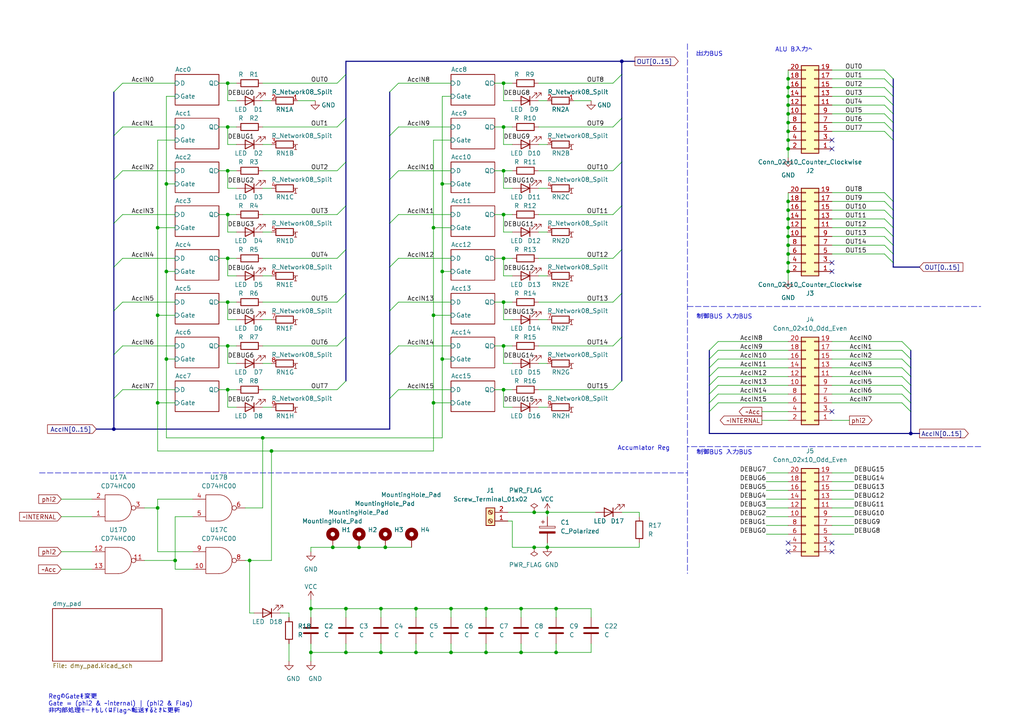
<source format=kicad_sch>
(kicad_sch (version 20211123) (generator eeschema)
  (paper "A4")
  (junction (at 128.27 104.14))
  (junction (at 48.26 104.14))
  (junction (at 140.97 176.53))
  (junction (at 228.6 60.96))
  (junction (at 66.04 49.53))
  (junction (at 66.04 87.63))
  (junction (at 48.26 53.34))
  (junction (at 154.94 158.75))
  (junction (at 130.81 176.53))
  (junction (at 78.74 130.81))
  (junction (at 228.6 76.2))
  (junction (at 228.6 43.18))
  (junction (at 146.05 100.33))
  (junction (at 228.6 33.02))
  (junction (at 45.72 66.04))
  (junction (at 45.72 116.84))
  (junction (at 125.73 66.04))
  (junction (at 111.76 158.75))
  (junction (at 228.6 78.74))
  (junction (at 48.26 78.74))
  (junction (at 33.02 124.46))
  (junction (at 125.73 91.44))
  (junction (at 90.17 176.53))
  (junction (at 66.04 36.83))
  (junction (at 228.6 63.5))
  (junction (at 146.05 49.53))
  (junction (at 128.27 78.74))
  (junction (at 228.6 40.64))
  (junction (at 120.65 189.23))
  (junction (at 72.39 162.56))
  (junction (at 50.8 162.56))
  (junction (at 146.05 74.93))
  (junction (at 180.34 17.78))
  (junction (at 228.6 22.86))
  (junction (at 228.6 71.12))
  (junction (at 228.6 35.56))
  (junction (at 45.72 147.32))
  (junction (at 228.6 73.66))
  (junction (at 228.6 25.4))
  (junction (at 228.6 66.04))
  (junction (at 100.33 189.23))
  (junction (at 110.49 176.53))
  (junction (at 146.05 24.13))
  (junction (at 146.05 87.63))
  (junction (at 228.6 68.58))
  (junction (at 146.05 36.83))
  (junction (at 151.13 176.53))
  (junction (at 154.94 148.59))
  (junction (at 66.04 74.93))
  (junction (at 161.29 189.23))
  (junction (at 146.05 62.23))
  (junction (at 76.2 127))
  (junction (at 66.04 24.13))
  (junction (at 104.14 158.75))
  (junction (at 264.16 125.73))
  (junction (at 130.81 189.23))
  (junction (at 228.6 30.48))
  (junction (at 125.73 116.84))
  (junction (at 66.04 62.23))
  (junction (at 66.04 100.33))
  (junction (at 45.72 91.44))
  (junction (at 100.33 176.53))
  (junction (at 128.27 53.34))
  (junction (at 151.13 189.23))
  (junction (at 120.65 176.53))
  (junction (at 110.49 189.23))
  (junction (at 96.52 158.75))
  (junction (at 66.04 113.03))
  (junction (at 228.6 38.1))
  (junction (at 161.29 176.53))
  (junction (at 90.17 189.23))
  (junction (at 158.75 158.75))
  (junction (at 228.6 58.42))
  (junction (at 228.6 27.94))
  (junction (at 146.05 113.03))
  (junction (at 140.97 189.23))
  (junction (at 158.75 148.59))
  (no_connect (at 228.6 160.02))
  (no_connect (at 228.6 157.48))
  (no_connect (at 241.3 43.18))
  (no_connect (at 241.3 157.48))
  (no_connect (at 241.3 160.02))
  (no_connect (at 241.3 40.64))
  (no_connect (at 241.3 78.74))
  (no_connect (at 241.3 119.38))
  (no_connect (at 241.3 76.2))
  (bus_entry (at 113.03 39.37) (size 2.54 -2.54))
  (bus_entry (at 97.79 62.23) (size 2.54 -2.54))
  (bus_entry (at 256.54 25.4) (size 2.54 2.54))
  (bus_entry (at 177.8 74.93) (size 2.54 -2.54))
  (bus_entry (at 97.79 74.93) (size 2.54 -2.54))
  (bus_entry (at 113.03 102.87) (size 2.54 -2.54))
  (bus_entry (at 256.54 73.66) (size 2.54 2.54))
  (bus_entry (at 97.79 36.83) (size 2.54 -2.54))
  (bus_entry (at 33.02 52.07) (size 2.54 -2.54))
  (bus_entry (at 33.02 115.57) (size 2.54 -2.54))
  (bus_entry (at 33.02 64.77) (size 2.54 -2.54))
  (bus_entry (at 256.54 27.94) (size 2.54 2.54))
  (bus_entry (at 177.8 49.53) (size 2.54 -2.54))
  (bus_entry (at 256.54 30.48) (size 2.54 2.54))
  (bus_entry (at 113.03 90.17) (size 2.54 -2.54))
  (bus_entry (at 256.54 68.58) (size 2.54 2.54))
  (bus_entry (at 113.03 77.47) (size 2.54 -2.54))
  (bus_entry (at 256.54 63.5) (size 2.54 2.54))
  (bus_entry (at 177.8 87.63) (size 2.54 -2.54))
  (bus_entry (at 33.02 90.17) (size 2.54 -2.54))
  (bus_entry (at 256.54 20.32) (size 2.54 2.54))
  (bus_entry (at 256.54 55.88) (size 2.54 2.54))
  (bus_entry (at 256.54 66.04) (size 2.54 2.54))
  (bus_entry (at 97.79 24.13) (size 2.54 -2.54))
  (bus_entry (at 33.02 102.87) (size 2.54 -2.54))
  (bus_entry (at 33.02 77.47) (size 2.54 -2.54))
  (bus_entry (at 33.02 26.67) (size 2.54 -2.54))
  (bus_entry (at 97.79 113.03) (size 2.54 -2.54))
  (bus_entry (at 256.54 22.86) (size 2.54 2.54))
  (bus_entry (at 256.54 38.1) (size 2.54 2.54))
  (bus_entry (at 113.03 52.07) (size 2.54 -2.54))
  (bus_entry (at 33.02 39.37) (size 2.54 -2.54))
  (bus_entry (at 113.03 64.77) (size 2.54 -2.54))
  (bus_entry (at 97.79 100.33) (size 2.54 -2.54))
  (bus_entry (at 113.03 26.67) (size 2.54 -2.54))
  (bus_entry (at 256.54 60.96) (size 2.54 2.54))
  (bus_entry (at 177.8 62.23) (size 2.54 -2.54))
  (bus_entry (at 256.54 35.56) (size 2.54 2.54))
  (bus_entry (at 177.8 36.83) (size 2.54 -2.54))
  (bus_entry (at 256.54 58.42) (size 2.54 2.54))
  (bus_entry (at 256.54 71.12) (size 2.54 2.54))
  (bus_entry (at 256.54 33.02) (size 2.54 2.54))
  (bus_entry (at 261.62 99.06) (size 2.54 2.54))
  (bus_entry (at 205.74 101.6) (size 2.54 -2.54))
  (bus_entry (at 205.74 104.14) (size 2.54 -2.54))
  (bus_entry (at 205.74 116.84) (size 2.54 -2.54))
  (bus_entry (at 205.74 114.3) (size 2.54 -2.54))
  (bus_entry (at 205.74 119.38) (size 2.54 -2.54))
  (bus_entry (at 205.74 109.22) (size 2.54 -2.54))
  (bus_entry (at 205.74 111.76) (size 2.54 -2.54))
  (bus_entry (at 205.74 106.68) (size 2.54 -2.54))
  (bus_entry (at 261.62 104.14) (size 2.54 2.54))
  (bus_entry (at 261.62 101.6) (size 2.54 2.54))
  (bus_entry (at 261.62 106.68) (size 2.54 2.54))
  (bus_entry (at 261.62 109.22) (size 2.54 2.54))
  (bus_entry (at 261.62 111.76) (size 2.54 2.54))
  (bus_entry (at 261.62 114.3) (size 2.54 2.54))
  (bus_entry (at 261.62 116.84) (size 2.54 2.54))
  (bus_entry (at 177.8 113.03) (size 2.54 -2.54))
  (bus_entry (at 113.03 115.57) (size 2.54 -2.54))
  (bus_entry (at 177.8 24.13) (size 2.54 -2.54))
  (bus_entry (at 177.8 100.33) (size 2.54 -2.54))
  (bus_entry (at 97.79 49.53) (size 2.54 -2.54))
  (bus_entry (at 97.79 87.63) (size 2.54 -2.54))
  (wire (pts (xy 208.28 116.84) (xy 228.6 116.84)))
  (wire (pts (xy 45.72 144.78) (xy 55.88 144.78)))
  (wire (pts (xy 90.17 189.23) (xy 100.33 189.23)))
  (wire (pts (xy 66.04 87.63) (xy 66.04 92.71)))
  (bus (pts (xy 113.03 52.07) (xy 113.03 64.77)))
  (wire (pts (xy 228.6 35.56) (xy 228.6 38.1)))
  (wire (pts (xy 228.6 58.42) (xy 228.6 60.96)))
  (wire (pts (xy 76.2 113.03) (xy 97.79 113.03)))
  (wire (pts (xy 66.04 118.11) (xy 68.58 118.11)))
  (wire (pts (xy 45.72 40.64) (xy 45.72 66.04)))
  (wire (pts (xy 78.74 29.21) (xy 76.2 29.21)))
  (wire (pts (xy 256.54 38.1) (xy 241.3 38.1)))
  (wire (pts (xy 125.73 116.84) (xy 125.73 91.44)))
  (wire (pts (xy 146.05 24.13) (xy 148.59 24.13)))
  (wire (pts (xy 66.04 74.93) (xy 66.04 80.01)))
  (wire (pts (xy 115.57 62.23) (xy 130.81 62.23)))
  (bus (pts (xy 100.33 46.99) (xy 100.33 34.29)))
  (wire (pts (xy 158.75 54.61) (xy 156.21 54.61)))
  (wire (pts (xy 143.51 24.13) (xy 146.05 24.13)))
  (wire (pts (xy 156.21 100.33) (xy 177.8 100.33)))
  (bus (pts (xy 259.08 40.64) (xy 259.08 58.42)))
  (wire (pts (xy 146.05 29.21) (xy 148.59 29.21)))
  (wire (pts (xy 256.54 22.86) (xy 241.3 22.86)))
  (wire (pts (xy 50.8 165.1) (xy 50.8 162.56)))
  (bus (pts (xy 205.74 119.38) (xy 205.74 125.73)))
  (wire (pts (xy 110.49 176.53) (xy 120.65 176.53)))
  (wire (pts (xy 222.25 142.24) (xy 228.6 142.24)))
  (wire (pts (xy 128.27 27.94) (xy 128.27 53.34)))
  (wire (pts (xy 104.14 158.75) (xy 96.52 158.75)))
  (wire (pts (xy 76.2 127) (xy 48.26 127)))
  (wire (pts (xy 128.27 104.14) (xy 128.27 127)))
  (wire (pts (xy 100.33 186.69) (xy 100.33 189.23)))
  (wire (pts (xy 220.98 121.92) (xy 228.6 121.92)))
  (wire (pts (xy 208.28 111.76) (xy 228.6 111.76)))
  (wire (pts (xy 66.04 80.01) (xy 68.58 80.01)))
  (wire (pts (xy 222.25 149.86) (xy 228.6 149.86)))
  (wire (pts (xy 228.6 66.04) (xy 228.6 68.58)))
  (wire (pts (xy 146.05 62.23) (xy 148.59 62.23)))
  (wire (pts (xy 146.05 118.11) (xy 148.59 118.11)))
  (bus (pts (xy 33.02 77.47) (xy 33.02 90.17)))
  (bus (pts (xy 33.02 90.17) (xy 33.02 102.87)))
  (wire (pts (xy 128.27 78.74) (xy 130.81 78.74)))
  (wire (pts (xy 146.05 54.61) (xy 148.59 54.61)))
  (wire (pts (xy 154.94 148.59) (xy 158.75 148.59)))
  (bus (pts (xy 33.02 52.07) (xy 33.02 64.77)))
  (bus (pts (xy 259.08 73.66) (xy 259.08 76.2)))
  (wire (pts (xy 146.05 87.63) (xy 146.05 92.71)))
  (wire (pts (xy 130.81 189.23) (xy 140.97 189.23)))
  (wire (pts (xy 130.81 27.94) (xy 128.27 27.94)))
  (wire (pts (xy 63.5 49.53) (xy 66.04 49.53)))
  (wire (pts (xy 66.04 62.23) (xy 68.58 62.23)))
  (wire (pts (xy 66.04 36.83) (xy 68.58 36.83)))
  (wire (pts (xy 72.39 162.56) (xy 72.39 177.8)))
  (wire (pts (xy 45.72 66.04) (xy 45.72 91.44)))
  (wire (pts (xy 143.51 87.63) (xy 146.05 87.63)))
  (wire (pts (xy 110.49 189.23) (xy 120.65 189.23)))
  (wire (pts (xy 125.73 66.04) (xy 130.81 66.04)))
  (wire (pts (xy 76.2 127) (xy 76.2 147.32)))
  (wire (pts (xy 120.65 189.23) (xy 130.81 189.23)))
  (wire (pts (xy 125.73 116.84) (xy 130.81 116.84)))
  (wire (pts (xy 156.21 113.03) (xy 177.8 113.03)))
  (wire (pts (xy 17.78 144.78) (xy 26.67 144.78)))
  (wire (pts (xy 35.56 24.13) (xy 50.8 24.13)))
  (wire (pts (xy 228.6 25.4) (xy 228.6 27.94)))
  (wire (pts (xy 128.27 104.14) (xy 130.81 104.14)))
  (bus (pts (xy 264.16 104.14) (xy 264.16 106.68)))
  (bus (pts (xy 180.34 59.69) (xy 180.34 72.39)))
  (wire (pts (xy 35.56 36.83) (xy 50.8 36.83)))
  (wire (pts (xy 35.56 49.53) (xy 50.8 49.53)))
  (wire (pts (xy 146.05 24.13) (xy 146.05 29.21)))
  (wire (pts (xy 45.72 130.81) (xy 78.74 130.81)))
  (wire (pts (xy 256.54 73.66) (xy 241.3 73.66)))
  (wire (pts (xy 45.72 116.84) (xy 50.8 116.84)))
  (wire (pts (xy 71.12 147.32) (xy 76.2 147.32)))
  (wire (pts (xy 48.26 78.74) (xy 48.26 104.14)))
  (wire (pts (xy 115.57 36.83) (xy 130.81 36.83)))
  (wire (pts (xy 143.51 100.33) (xy 146.05 100.33)))
  (bus (pts (xy 100.33 97.79) (xy 100.33 85.09)))
  (bus (pts (xy 264.16 114.3) (xy 264.16 116.84)))
  (wire (pts (xy 228.6 60.96) (xy 228.6 63.5)))
  (wire (pts (xy 125.73 66.04) (xy 125.73 40.64)))
  (wire (pts (xy 130.81 186.69) (xy 130.81 189.23)))
  (polyline (pts (xy 284.48 129.54) (xy 199.39 129.54)))
  (wire (pts (xy 228.6 38.1) (xy 228.6 40.64)))
  (wire (pts (xy 63.5 74.93) (xy 66.04 74.93)))
  (wire (pts (xy 146.05 74.93) (xy 148.59 74.93)))
  (wire (pts (xy 128.27 53.34) (xy 130.81 53.34)))
  (wire (pts (xy 147.32 148.59) (xy 154.94 148.59)))
  (wire (pts (xy 241.3 99.06) (xy 261.62 99.06)))
  (bus (pts (xy 113.03 102.87) (xy 113.03 115.57)))
  (bus (pts (xy 259.08 25.4) (xy 259.08 27.94)))
  (wire (pts (xy 228.6 78.74) (xy 228.6 81.28)))
  (wire (pts (xy 256.54 68.58) (xy 241.3 68.58)))
  (wire (pts (xy 256.54 27.94) (xy 241.3 27.94)))
  (wire (pts (xy 66.04 100.33) (xy 66.04 105.41)))
  (bus (pts (xy 205.74 116.84) (xy 205.74 119.38)))
  (wire (pts (xy 143.51 49.53) (xy 146.05 49.53)))
  (wire (pts (xy 45.72 91.44) (xy 45.72 116.84)))
  (bus (pts (xy 259.08 76.2) (xy 259.08 77.47)))
  (bus (pts (xy 180.34 97.79) (xy 180.34 110.49)))
  (wire (pts (xy 256.54 60.96) (xy 241.3 60.96)))
  (wire (pts (xy 35.56 74.93) (xy 50.8 74.93)))
  (bus (pts (xy 113.03 77.47) (xy 113.03 90.17)))
  (wire (pts (xy 48.26 53.34) (xy 50.8 53.34)))
  (wire (pts (xy 76.2 87.63) (xy 97.79 87.63)))
  (bus (pts (xy 205.74 111.76) (xy 205.74 114.3)))
  (wire (pts (xy 143.51 62.23) (xy 146.05 62.23)))
  (wire (pts (xy 66.04 24.13) (xy 68.58 24.13)))
  (wire (pts (xy 115.57 87.63) (xy 130.81 87.63)))
  (wire (pts (xy 161.29 186.69) (xy 161.29 189.23)))
  (wire (pts (xy 17.78 165.1) (xy 26.67 165.1)))
  (bus (pts (xy 180.34 72.39) (xy 180.34 85.09)))
  (wire (pts (xy 228.6 73.66) (xy 228.6 76.2)))
  (bus (pts (xy 259.08 58.42) (xy 259.08 60.96)))
  (bus (pts (xy 259.08 66.04) (xy 259.08 68.58)))
  (bus (pts (xy 113.03 90.17) (xy 113.03 102.87)))
  (wire (pts (xy 158.75 105.41) (xy 156.21 105.41)))
  (wire (pts (xy 76.2 100.33) (xy 97.79 100.33)))
  (wire (pts (xy 41.91 162.56) (xy 50.8 162.56)))
  (bus (pts (xy 113.03 115.57) (xy 113.03 124.46)))
  (wire (pts (xy 78.74 105.41) (xy 76.2 105.41)))
  (wire (pts (xy 72.39 162.56) (xy 78.74 162.56)))
  (wire (pts (xy 161.29 176.53) (xy 161.29 179.07)))
  (bus (pts (xy 33.02 26.67) (xy 33.02 39.37)))
  (wire (pts (xy 146.05 87.63) (xy 148.59 87.63)))
  (wire (pts (xy 171.45 29.21) (xy 166.37 29.21)))
  (wire (pts (xy 241.3 137.16) (xy 247.65 137.16)))
  (bus (pts (xy 33.02 39.37) (xy 33.02 52.07)))
  (wire (pts (xy 115.57 49.53) (xy 130.81 49.53)))
  (wire (pts (xy 146.05 49.53) (xy 148.59 49.53)))
  (bus (pts (xy 205.74 109.22) (xy 205.74 111.76)))
  (wire (pts (xy 246.38 121.92) (xy 241.3 121.92)))
  (wire (pts (xy 78.74 41.91) (xy 76.2 41.91)))
  (wire (pts (xy 228.6 55.88) (xy 228.6 58.42)))
  (wire (pts (xy 110.49 176.53) (xy 110.49 179.07)))
  (wire (pts (xy 66.04 41.91) (xy 68.58 41.91)))
  (bus (pts (xy 259.08 35.56) (xy 259.08 38.1)))
  (wire (pts (xy 241.3 111.76) (xy 261.62 111.76)))
  (wire (pts (xy 151.13 176.53) (xy 151.13 179.07)))
  (wire (pts (xy 256.54 20.32) (xy 241.3 20.32)))
  (bus (pts (xy 100.33 21.59) (xy 100.33 17.78)))
  (bus (pts (xy 27.94 124.46) (xy 33.02 124.46)))
  (bus (pts (xy 264.16 101.6) (xy 264.16 104.14)))
  (bus (pts (xy 264.16 119.38) (xy 264.16 125.73)))
  (wire (pts (xy 66.04 62.23) (xy 66.04 67.31)))
  (wire (pts (xy 50.8 162.56) (xy 50.8 149.86)))
  (bus (pts (xy 264.16 111.76) (xy 264.16 114.3)))
  (wire (pts (xy 66.04 92.71) (xy 68.58 92.71)))
  (wire (pts (xy 256.54 55.88) (xy 241.3 55.88)))
  (wire (pts (xy 66.04 49.53) (xy 66.04 54.61)))
  (wire (pts (xy 185.42 157.48) (xy 185.42 158.75)))
  (wire (pts (xy 45.72 66.04) (xy 50.8 66.04)))
  (wire (pts (xy 158.75 157.48) (xy 158.75 158.75)))
  (wire (pts (xy 45.72 116.84) (xy 45.72 130.81)))
  (wire (pts (xy 48.26 78.74) (xy 50.8 78.74)))
  (wire (pts (xy 208.28 104.14) (xy 228.6 104.14)))
  (wire (pts (xy 228.6 20.32) (xy 228.6 22.86)))
  (bus (pts (xy 205.74 125.73) (xy 264.16 125.73)))
  (bus (pts (xy 180.34 46.99) (xy 180.34 59.69)))
  (wire (pts (xy 41.91 147.32) (xy 45.72 147.32)))
  (wire (pts (xy 156.21 87.63) (xy 177.8 87.63)))
  (wire (pts (xy 115.57 100.33) (xy 130.81 100.33)))
  (wire (pts (xy 241.3 109.22) (xy 261.62 109.22)))
  (wire (pts (xy 115.57 74.93) (xy 130.81 74.93)))
  (bus (pts (xy 100.33 34.29) (xy 100.33 21.59)))
  (wire (pts (xy 172.72 148.59) (xy 158.75 148.59)))
  (bus (pts (xy 259.08 27.94) (xy 259.08 30.48)))
  (bus (pts (xy 180.34 21.59) (xy 180.34 34.29)))
  (wire (pts (xy 66.04 49.53) (xy 68.58 49.53)))
  (wire (pts (xy 128.27 127) (xy 76.2 127)))
  (wire (pts (xy 143.51 113.03) (xy 146.05 113.03)))
  (bus (pts (xy 259.08 63.5) (xy 259.08 66.04)))
  (wire (pts (xy 66.04 24.13) (xy 66.04 29.21)))
  (wire (pts (xy 161.29 176.53) (xy 171.45 176.53)))
  (wire (pts (xy 146.05 41.91) (xy 148.59 41.91)))
  (wire (pts (xy 48.26 53.34) (xy 48.26 78.74)))
  (wire (pts (xy 146.05 36.83) (xy 148.59 36.83)))
  (wire (pts (xy 96.52 158.75) (xy 90.17 158.75)))
  (wire (pts (xy 125.73 40.64) (xy 130.81 40.64)))
  (wire (pts (xy 241.3 152.4) (xy 247.65 152.4)))
  (wire (pts (xy 45.72 91.44) (xy 50.8 91.44)))
  (bus (pts (xy 180.34 17.78) (xy 180.34 21.59)))
  (wire (pts (xy 66.04 54.61) (xy 68.58 54.61)))
  (wire (pts (xy 83.82 177.8) (xy 83.82 179.07)))
  (wire (pts (xy 50.8 27.94) (xy 48.26 27.94)))
  (wire (pts (xy 228.6 68.58) (xy 228.6 71.12)))
  (wire (pts (xy 120.65 176.53) (xy 120.65 179.07)))
  (wire (pts (xy 128.27 53.34) (xy 128.27 78.74)))
  (wire (pts (xy 241.3 116.84) (xy 261.62 116.84)))
  (wire (pts (xy 146.05 74.93) (xy 146.05 80.01)))
  (wire (pts (xy 125.73 91.44) (xy 130.81 91.44)))
  (wire (pts (xy 140.97 176.53) (xy 140.97 179.07)))
  (wire (pts (xy 156.21 24.13) (xy 177.8 24.13)))
  (bus (pts (xy 180.34 34.29) (xy 180.34 46.99)))
  (wire (pts (xy 120.65 176.53) (xy 130.81 176.53)))
  (bus (pts (xy 180.34 17.78) (xy 184.15 17.78)))
  (bus (pts (xy 33.02 115.57) (xy 33.02 124.46)))
  (wire (pts (xy 146.05 67.31) (xy 148.59 67.31)))
  (wire (pts (xy 63.5 62.23) (xy 66.04 62.23)))
  (wire (pts (xy 228.6 43.18) (xy 228.6 45.72)))
  (wire (pts (xy 241.3 144.78) (xy 247.65 144.78)))
  (wire (pts (xy 63.5 36.83) (xy 66.04 36.83)))
  (wire (pts (xy 66.04 113.03) (xy 68.58 113.03)))
  (wire (pts (xy 66.04 67.31) (xy 68.58 67.31)))
  (wire (pts (xy 222.25 152.4) (xy 228.6 152.4)))
  (wire (pts (xy 78.74 130.81) (xy 125.73 130.81)))
  (wire (pts (xy 158.75 80.01) (xy 156.21 80.01)))
  (wire (pts (xy 158.75 158.75) (xy 185.42 158.75)))
  (polyline (pts (xy 199.39 88.9) (xy 284.48 88.9)))
  (wire (pts (xy 66.04 87.63) (xy 68.58 87.63)))
  (wire (pts (xy 222.25 139.7) (xy 228.6 139.7)))
  (wire (pts (xy 73.66 177.8) (xy 72.39 177.8)))
  (wire (pts (xy 63.5 113.03) (xy 66.04 113.03)))
  (wire (pts (xy 66.04 74.93) (xy 68.58 74.93)))
  (wire (pts (xy 63.5 100.33) (xy 66.04 100.33)))
  (wire (pts (xy 140.97 189.23) (xy 151.13 189.23)))
  (wire (pts (xy 100.33 189.23) (xy 110.49 189.23)))
  (wire (pts (xy 78.74 118.11) (xy 76.2 118.11)))
  (wire (pts (xy 90.17 189.23) (xy 90.17 186.69)))
  (wire (pts (xy 156.21 36.83) (xy 177.8 36.83)))
  (wire (pts (xy 171.45 176.53) (xy 171.45 179.07)))
  (wire (pts (xy 241.3 114.3) (xy 261.62 114.3)))
  (wire (pts (xy 91.44 29.21) (xy 86.36 29.21)))
  (wire (pts (xy 63.5 24.13) (xy 66.04 24.13)))
  (wire (pts (xy 100.33 176.53) (xy 110.49 176.53)))
  (wire (pts (xy 156.21 49.53) (xy 177.8 49.53)))
  (wire (pts (xy 156.21 62.23) (xy 177.8 62.23)))
  (wire (pts (xy 208.28 106.68) (xy 228.6 106.68)))
  (wire (pts (xy 146.05 105.41) (xy 148.59 105.41)))
  (wire (pts (xy 83.82 186.69) (xy 83.82 191.77)))
  (bus (pts (xy 264.16 109.22) (xy 264.16 111.76)))
  (bus (pts (xy 100.33 110.49) (xy 100.33 97.79)))
  (wire (pts (xy 146.05 62.23) (xy 146.05 67.31)))
  (wire (pts (xy 66.04 100.33) (xy 68.58 100.33)))
  (bus (pts (xy 264.16 125.73) (xy 266.7 125.73)))
  (wire (pts (xy 140.97 176.53) (xy 151.13 176.53)))
  (wire (pts (xy 208.28 114.3) (xy 228.6 114.3)))
  (wire (pts (xy 228.6 33.02) (xy 228.6 35.56)))
  (wire (pts (xy 156.21 74.93) (xy 177.8 74.93)))
  (wire (pts (xy 158.75 41.91) (xy 156.21 41.91)))
  (wire (pts (xy 90.17 191.77) (xy 90.17 189.23)))
  (wire (pts (xy 17.78 160.02) (xy 26.67 160.02)))
  (wire (pts (xy 148.59 158.75) (xy 154.94 158.75)))
  (wire (pts (xy 76.2 36.83) (xy 97.79 36.83)))
  (wire (pts (xy 158.75 118.11) (xy 156.21 118.11)))
  (wire (pts (xy 130.81 176.53) (xy 130.81 179.07)))
  (wire (pts (xy 158.75 29.21) (xy 156.21 29.21)))
  (wire (pts (xy 66.04 29.21) (xy 68.58 29.21)))
  (wire (pts (xy 146.05 92.71) (xy 148.59 92.71)))
  (wire (pts (xy 119.38 158.75) (xy 111.76 158.75)))
  (wire (pts (xy 151.13 176.53) (xy 161.29 176.53)))
  (bus (pts (xy 205.74 106.68) (xy 205.74 109.22)))
  (wire (pts (xy 76.2 49.53) (xy 97.79 49.53)))
  (wire (pts (xy 146.05 113.03) (xy 146.05 118.11)))
  (wire (pts (xy 76.2 24.13) (xy 97.79 24.13)))
  (wire (pts (xy 241.3 147.32) (xy 247.65 147.32)))
  (wire (pts (xy 78.74 162.56) (xy 78.74 130.81)))
  (bus (pts (xy 259.08 71.12) (xy 259.08 73.66)))
  (bus (pts (xy 264.16 116.84) (xy 264.16 119.38)))
  (wire (pts (xy 241.3 142.24) (xy 247.65 142.24)))
  (wire (pts (xy 130.81 176.53) (xy 140.97 176.53)))
  (wire (pts (xy 241.3 154.94) (xy 247.65 154.94)))
  (bus (pts (xy 259.08 30.48) (xy 259.08 33.02)))
  (wire (pts (xy 222.25 137.16) (xy 228.6 137.16)))
  (wire (pts (xy 120.65 186.69) (xy 120.65 189.23)))
  (wire (pts (xy 90.17 173.99) (xy 90.17 176.53)))
  (wire (pts (xy 222.25 154.94) (xy 228.6 154.94)))
  (wire (pts (xy 63.5 87.63) (xy 66.04 87.63)))
  (wire (pts (xy 125.73 130.81) (xy 125.73 116.84)))
  (wire (pts (xy 78.74 80.01) (xy 76.2 80.01)))
  (bus (pts (xy 259.08 33.02) (xy 259.08 35.56)))
  (wire (pts (xy 143.51 36.83) (xy 146.05 36.83)))
  (bus (pts (xy 259.08 77.47) (xy 266.7 77.47)))
  (wire (pts (xy 76.2 74.93) (xy 97.79 74.93)))
  (wire (pts (xy 180.34 148.59) (xy 185.42 148.59)))
  (bus (pts (xy 205.74 114.3) (xy 205.74 116.84)))
  (wire (pts (xy 208.28 101.6) (xy 228.6 101.6)))
  (bus (pts (xy 264.16 106.68) (xy 264.16 109.22)))
  (wire (pts (xy 90.17 176.53) (xy 100.33 176.53)))
  (wire (pts (xy 48.26 27.94) (xy 48.26 53.34)))
  (wire (pts (xy 50.8 40.64) (xy 45.72 40.64)))
  (wire (pts (xy 228.6 27.94) (xy 228.6 30.48)))
  (wire (pts (xy 78.74 67.31) (xy 76.2 67.31)))
  (wire (pts (xy 48.26 104.14) (xy 48.26 127)))
  (wire (pts (xy 171.45 186.69) (xy 171.45 189.23)))
  (bus (pts (xy 33.02 64.77) (xy 33.02 77.47)))
  (wire (pts (xy 256.54 25.4) (xy 241.3 25.4)))
  (wire (pts (xy 45.72 160.02) (xy 45.72 147.32)))
  (wire (pts (xy 241.3 104.14) (xy 261.62 104.14)))
  (wire (pts (xy 50.8 149.86) (xy 55.88 149.86)))
  (wire (pts (xy 35.56 113.03) (xy 50.8 113.03)))
  (wire (pts (xy 208.28 109.22) (xy 228.6 109.22)))
  (wire (pts (xy 148.59 151.13) (xy 148.59 158.75)))
  (bus (pts (xy 33.02 102.87) (xy 33.02 115.57)))
  (wire (pts (xy 35.56 100.33) (xy 50.8 100.33)))
  (wire (pts (xy 76.2 62.23) (xy 97.79 62.23)))
  (wire (pts (xy 17.78 149.86) (xy 26.67 149.86)))
  (wire (pts (xy 143.51 74.93) (xy 146.05 74.93)))
  (wire (pts (xy 241.3 106.68) (xy 261.62 106.68)))
  (wire (pts (xy 81.28 177.8) (xy 83.82 177.8)))
  (bus (pts (xy 100.33 17.78) (xy 180.34 17.78)))
  (wire (pts (xy 208.28 99.06) (xy 228.6 99.06)))
  (wire (pts (xy 256.54 71.12) (xy 241.3 71.12)))
  (wire (pts (xy 90.17 176.53) (xy 90.17 179.07)))
  (wire (pts (xy 66.04 36.83) (xy 66.04 41.91)))
  (wire (pts (xy 256.54 63.5) (xy 241.3 63.5)))
  (bus (pts (xy 113.03 26.67) (xy 113.03 39.37)))
  (polyline (pts (xy 11.43 137.16) (xy 199.39 137.16)))
  (wire (pts (xy 66.04 113.03) (xy 66.04 118.11)))
  (bus (pts (xy 259.08 22.86) (xy 259.08 25.4)))
  (wire (pts (xy 228.6 76.2) (xy 228.6 78.74)))
  (bus (pts (xy 205.74 101.6) (xy 205.74 104.14)))
  (wire (pts (xy 125.73 91.44) (xy 125.73 66.04)))
  (wire (pts (xy 151.13 186.69) (xy 151.13 189.23)))
  (wire (pts (xy 146.05 100.33) (xy 148.59 100.33)))
  (wire (pts (xy 71.12 162.56) (xy 72.39 162.56)))
  (wire (pts (xy 110.49 186.69) (xy 110.49 189.23)))
  (wire (pts (xy 241.3 149.86) (xy 247.65 149.86)))
  (wire (pts (xy 158.75 92.71) (xy 156.21 92.71)))
  (wire (pts (xy 66.04 105.41) (xy 68.58 105.41)))
  (wire (pts (xy 146.05 80.01) (xy 148.59 80.01)))
  (wire (pts (xy 154.94 158.75) (xy 158.75 158.75)))
  (bus (pts (xy 33.02 124.46) (xy 113.03 124.46)))
  (wire (pts (xy 100.33 176.53) (xy 100.33 179.07)))
  (wire (pts (xy 146.05 36.83) (xy 146.05 41.91)))
  (wire (pts (xy 151.13 189.23) (xy 161.29 189.23)))
  (wire (pts (xy 78.74 92.71) (xy 76.2 92.71)))
  (wire (pts (xy 256.54 30.48) (xy 241.3 30.48)))
  (bus (pts (xy 180.34 85.09) (xy 180.34 97.79)))
  (wire (pts (xy 185.42 148.59) (xy 185.42 149.86)))
  (wire (pts (xy 228.6 30.48) (xy 228.6 33.02)))
  (bus (pts (xy 100.33 59.69) (xy 100.33 46.99)))
  (wire (pts (xy 48.26 104.14) (xy 50.8 104.14)))
  (wire (pts (xy 222.25 147.32) (xy 228.6 147.32)))
  (bus (pts (xy 205.74 104.14) (xy 205.74 106.68)))
  (wire (pts (xy 158.75 67.31) (xy 156.21 67.31)))
  (wire (pts (xy 146.05 49.53) (xy 146.05 54.61)))
  (wire (pts (xy 241.3 139.7) (xy 247.65 139.7)))
  (wire (pts (xy 241.3 101.6) (xy 261.62 101.6)))
  (wire (pts (xy 256.54 33.02) (xy 241.3 33.02)))
  (bus (pts (xy 100.33 72.39) (xy 100.33 59.69)))
  (wire (pts (xy 222.25 144.78) (xy 228.6 144.78)))
  (bus (pts (xy 113.03 39.37) (xy 113.03 52.07)))
  (wire (pts (xy 45.72 160.02) (xy 55.88 160.02)))
  (polyline (pts (xy 199.39 129.54) (xy 199.39 166.37)))
  (wire (pts (xy 146.05 113.03) (xy 148.59 113.03)))
  (wire (pts (xy 55.88 165.1) (xy 50.8 165.1)))
  (wire (pts (xy 111.76 158.75) (xy 104.14 158.75)))
  (wire (pts (xy 220.98 119.38) (xy 228.6 119.38)))
  (wire (pts (xy 161.29 189.23) (xy 171.45 189.23)))
  (wire (pts (xy 228.6 71.12) (xy 228.6 73.66)))
  (wire (pts (xy 147.32 151.13) (xy 148.59 151.13)))
  (wire (pts (xy 256.54 66.04) (xy 241.3 66.04)))
  (wire (pts (xy 256.54 35.56) (xy 241.3 35.56)))
  (wire (pts (xy 146.05 100.33) (xy 146.05 105.41)))
  (bus (pts (xy 100.33 85.09) (xy 100.33 72.39)))
  (bus (pts (xy 113.03 64.77) (xy 113.03 77.47)))
  (wire (pts (xy 256.54 58.42) (xy 241.3 58.42)))
  (wire (pts (xy 140.97 186.69) (xy 140.97 189.23)))
  (bus (pts (xy 259.08 68.58) (xy 259.08 71.12)))
  (wire (pts (xy 115.57 113.03) (xy 130.81 113.03)))
  (wire (pts (xy 128.27 78.74) (xy 128.27 104.14)))
  (wire (pts (xy 35.56 87.63) (xy 50.8 87.63)))
  (wire (pts (xy 228.6 40.64) (xy 228.6 43.18)))
  (wire (pts (xy 45.72 147.32) (xy 45.72 144.78)))
  (polyline (pts (xy 199.39 12.7) (xy 199.39 129.54)))
  (wire (pts (xy 35.56 62.23) (xy 50.8 62.23)))
  (wire (pts (xy 228.6 22.86) (xy 228.6 25.4)))
  (wire (pts (xy 158.75 148.59) (xy 158.75 149.86)))
  (wire (pts (xy 228.6 63.5) (xy 228.6 66.04)))
  (wire (pts (xy 115.57 24.13) (xy 130.81 24.13)))
  (wire (pts (xy 78.74 54.61) (xy 76.2 54.61)))
  (wire (pts (xy 90.17 158.75) (xy 90.17 160.02)))
  (bus (pts (xy 259.08 38.1) (xy 259.08 40.64)))
  (bus (pts (xy 259.08 60.96) (xy 259.08 63.5)))
  (text "RegのGateを変更\nGate = (phi2 & ~internal) | (phi2 & Flag)\n非内部処理モードもしくはFlagへ転送するときに更新" (at 13.97 207.01 0) (effects (font (size 1.27 1.27)) (justify left bottom)))
  (text "制御BUS 入力BUS" (at 201.93 132.08 0) (effects (font (size 1.27 1.27)) (justify left bottom)))
  (text "出力BUS" (at 201.93 16.51 0) (effects (font (size 1.27 1.27)) (justify left bottom)))
  (text "ALU B入力へ" (at 224.79 15.24 0) (effects (font (size 1.27 1.27)) (justify left bottom)))
  (text "制御BUS 入力BUS" (at 201.93 92.71 0) (effects (font (size 1.27 1.27)) (justify left bottom)))
  (text "Accumlator Reg" (at 179.07 130.81 0) (effects (font (size 1.27 1.27)) (justify left bottom)))
  (label "AccIN12" (at 214.63 109.22 0))
  (label "OUT11" (at 245.11 63.5 0))
  (label "OUT14" (at 245.11 71.12 0))
  (label "AccIN15" (at 118.11 113.03 0))
  (label "OUT15" (at 170.18 113.03 0))
  (label "DEBUG3" (at 222.25 147.32 180))
  (label "OUT12" (at 245.11 66.04 0))
  (label "DEBUG4" (at 66.04 78.74 0))
  (label "AccIN8" (at 214.63 99.06 0))
  (label "DEBUG8" (at 146.05 27.94 0))
  (label "DEBUG9" (at 146.05 40.64 0))
  (label "OUT1" (at 90.17 36.83 0))
  (label "OUT10" (at 170.18 49.53 0))
  (label "AccIN2" (at 246.38 104.14 0))
  (label "DEBUG7" (at 66.04 116.84 0))
  (label "DEBUG7" (at 222.25 137.16 180))
  (label "AccIN4" (at 38.1 74.93 0))
  (label "AccIN6" (at 38.1 100.33 0))
  (label "AccIN12" (at 118.11 74.93 0))
  (label "OUT13" (at 170.18 87.63 0))
  (label "AccIN9" (at 214.63 101.6 0))
  (label "OUT8" (at 245.11 55.88 0))
  (label "OUT7" (at 245.11 38.1 0))
  (label "OUT12" (at 170.18 74.93 0))
  (label "DEBUG2" (at 66.04 53.34 0))
  (label "DEBUG14" (at 146.05 104.14 0))
  (label "DEBUG10" (at 247.65 149.86 0))
  (label "DEBUG12" (at 247.65 144.78 0))
  (label "OUT6" (at 245.11 35.56 0))
  (label "AccIN5" (at 246.38 111.76 0))
  (label "OUT11" (at 170.18 62.23 0))
  (label "DEBUG15" (at 146.05 116.84 0))
  (label "AccIN1" (at 246.38 101.6 0))
  (label "AccIN1" (at 38.1 36.83 0))
  (label "AccIN2" (at 38.1 49.53 0))
  (label "AccIN0" (at 38.1 24.13 0))
  (label "AccIN10" (at 118.11 49.53 0))
  (label "AccIN13" (at 214.63 111.76 0))
  (label "AccIN15" (at 214.63 116.84 0))
  (label "AccIN3" (at 38.1 62.23 0))
  (label "DEBUG4" (at 222.25 144.78 180))
  (label "DEBUG6" (at 222.25 139.7 180))
  (label "DEBUG5" (at 222.25 142.24 180))
  (label "AccIN7" (at 246.38 116.84 0))
  (label "AccIN14" (at 214.63 114.3 0))
  (label "DEBUG12" (at 146.05 78.74 0))
  (label "DEBUG15" (at 247.65 137.16 0))
  (label "DEBUG1" (at 66.04 40.64 0))
  (label "AccIN5" (at 38.1 87.63 0))
  (label "DEBUG10" (at 146.05 53.34 0))
  (label "DEBUG1" (at 222.25 152.4 180))
  (label "DEBUG8" (at 247.65 154.94 0))
  (label "AccIN3" (at 246.38 106.68 0))
  (label "DEBUG0" (at 66.04 27.94 0))
  (label "AccIN0" (at 246.38 99.06 0))
  (label "DEBUG3" (at 66.04 66.04 0))
  (label "OUT9" (at 170.18 36.83 0))
  (label "OUT6" (at 90.17 100.33 0))
  (label "DEBUG13" (at 247.65 142.24 0))
  (label "OUT5" (at 90.17 87.63 0))
  (label "OUT10" (at 245.11 60.96 0))
  (label "OUT4" (at 90.17 74.93 0))
  (label "OUT4" (at 245.11 30.48 0))
  (label "AccIN7" (at 38.1 113.03 0))
  (label "AccIN10" (at 214.63 104.14 0))
  (label "DEBUG11" (at 146.05 66.04 0))
  (label "AccIN14" (at 118.11 100.33 0))
  (label "OUT14" (at 170.18 100.33 0))
  (label "AccIN6" (at 246.38 114.3 0))
  (label "DEBUG0" (at 222.25 154.94 180))
  (label "OUT13" (at 245.11 68.58 0))
  (label "DEBUG11" (at 247.65 147.32 0))
  (label "OUT8" (at 170.18 24.13 0))
  (label "OUT2" (at 90.17 49.53 0))
  (label "OUT15" (at 245.11 73.66 0))
  (label "DEBUG14" (at 247.65 139.7 0))
  (label "AccIN11" (at 118.11 62.23 0))
  (label "OUT1" (at 245.11 22.86 0))
  (label "DEBUG9" (at 247.65 152.4 0))
  (label "AccIN9" (at 118.11 36.83 0))
  (label "OUT3" (at 245.11 27.94 0))
  (label "DEBUG13" (at 146.05 91.44 0))
  (label "OUT5" (at 245.11 33.02 0))
  (label "OUT2" (at 245.11 25.4 0))
  (label "OUT0" (at 245.11 20.32 0))
  (label "AccIN13" (at 118.11 87.63 0))
  (label "DEBUG5" (at 66.04 91.44 0))
  (label "AccIN8" (at 118.11 24.13 0))
  (label "DEBUG6" (at 66.04 104.14 0))
  (label "DEBUG2" (at 222.25 149.86 180))
  (label "OUT3" (at 90.17 62.23 0))
  (label "OUT7" (at 90.17 113.03 0))
  (label "AccIN4" (at 246.38 109.22 0))
  (label "OUT9" (at 245.11 58.42 0))
  (label "AccIN11" (at 214.63 106.68 0))
  (label "OUT0" (at 90.17 24.13 0))
  (global_label "~Acc" (shape input) (at 17.78 165.1 180) (property "Intersheet References" "${INTERSHEET_REFS}" (effects hide)))
  (global_label "OUT[0..15]" (shape output) (at 184.15 17.78 0) (property "Intersheet References" "${INTERSHEET_REFS}" (effects hide)))
  (global_label "phi2" (shape input) (at 17.78 160.02 180) (property "Intersheet References" "${INTERSHEET_REFS}" (effects hide)))
  (global_label "~Acc" (shape output) (at 220.98 119.38 180) (property "Intersheet References" "${INTERSHEET_REFS}" (effects hide)))
  (global_label "phi2" (shape output) (at 246.38 121.92 0) (property "Intersheet References" "${INTERSHEET_REFS}" (effects hide)))
  (global_label "phi2" (shape input) (at 17.78 144.78 180) (property "Intersheet References" "${INTERSHEET_REFS}" (effects hide)))
  (global_label "OUT[0..15]" (shape input) (at 266.7 77.47 0) (property "Intersheet References" "${INTERSHEET_REFS}" (effects hide)))
  (global_label "~INTERNAL" (shape output) (at 220.98 121.92 180) (property "Intersheet References" "${INTERSHEET_REFS}" (effects hide)))
  (global_label "~INTERNAL" (shape input) (at 17.78 149.86 180) (property "Intersheet References" "${INTERSHEET_REFS}" (effects hide)))
  (global_label "AccIN[0..15]" (shape output) (at 266.7 125.73 0) (property "Intersheet References" "${INTERSHEET_REFS}" (effects hide)))
  (global_label "AccIN[0..15]" (shape input) (at 27.94 124.46 180) (property "Intersheet References" "${INTERSHEET_REFS}" (effects hide)))
  (symbol (lib_id "Device:C") (at 140.97 182.88 0) (unit 1)
    (property "Reference" "C7" (at 144.78 181.6099 0) (effects (justify left)))
    (property "Value" "C" (at 144.78 184.1499 0) (effects (justify left)))
    (property "Footprint" "Capacitor_THT:C_Disc_D7.5mm_W2.5mm_P5.00mm" (effects hide))
  )
  (symbol (lib_id "Device:LED") (at 72.39 105.41 180) (unit 1)
    (property "Reference" "D7" (at 74.93 107.95 0))
    (property "Value" "LED" (at 69.85 107.95 0))
    (property "Footprint" "LED_THT:LED_D3.0mm" (effects hide))
  )
  (symbol (lib_id "Device:C_Polarized") (at 158.75 153.67 0) (unit 1)
    (property "Reference" "C1" (at 162.56 151.5109 0) (effects (justify left)))
    (property "Value" "C_Polarized" (at 162.56 154.0509 0) (effects (justify left)))
    (property "Footprint" "Capacitor_THT:CP_Radial_D5.0mm_P2.50mm" (effects hide))
  )
  (symbol (lib_id "Device:R") (at 152.4 87.63 90) (unit 1)
    (property "Reference" "R14" (at 153.67 85.09 90))
    (property "Value" "R" (at 149.86 85.09 90))
    (property "Footprint" "Resistor_SMD:R_0603_1608Metric_Pad0.98x0.95mm_HandSolder" (effects hide))
  )
  (symbol (lib_id "Device:R_Network08_Split") (at 82.55 118.11 270) (unit 8)
    (property "Reference" "RN1" (at 80.01 120.65 90) (effects (justify left)))
    (property "Value" "R_Network08_Split" (at 78.74 115.57 90) (effects (justify left)))
    (property "Footprint" "Resistor_THT:R_Array_SIP9" (effects hide))
    (property "Datasheet" "http://www.vishay.com/docs/31509/csc.pdf" (effects hide))
  )
  (symbol (lib_id "Device:R") (at 72.39 100.33 90) (unit 1)
    (property "Reference" "R7" (at 73.66 97.79 90))
    (property "Value" "R" (at 69.85 97.79 90))
    (property "Footprint" "Resistor_SMD:R_0603_1608Metric_Pad0.98x0.95mm_HandSolder" (effects hide))
  )
  (symbol (lib_id "Mechanical:MountingHole_Pad") (at 119.38 156.21 0) (unit 1)
    (property "Reference" "H4" (at 121.92 153.6699 0) (effects (justify left)))
    (property "Value" "MountingHole_Pad" (at 110.49 143.51 0) (effects (justify left)))
    (property "Footprint" "MountingHole:MountingHole_3mm_Pad" (effects hide))
  )
  (symbol (lib_id "Device:R") (at 152.4 24.13 90) (unit 1)
    (property "Reference" "R9" (at 153.67 21.59 90))
    (property "Value" "R" (at 149.86 21.59 90))
    (property "Footprint" "Resistor_SMD:R_0603_1608Metric_Pad0.98x0.95mm_HandSolder" (effects hide))
  )
  (symbol (lib_id "Device:R") (at 152.4 49.53 90) (unit 1)
    (property "Reference" "R11" (at 153.67 46.99 90))
    (property "Value" "R" (at 149.86 46.99 90))
    (property "Footprint" "Resistor_SMD:R_0603_1608Metric_Pad0.98x0.95mm_HandSolder" (effects hide))
  )
  (symbol (lib_id "Device:R") (at 152.4 100.33 90) (unit 1)
    (property "Reference" "R15" (at 153.67 97.79 90))
    (property "Value" "R" (at 149.86 97.79 90))
    (property "Footprint" "Resistor_SMD:R_0603_1608Metric_Pad0.98x0.95mm_HandSolder" (effects hide))
  )
  (symbol (lib_id "power:GND") (at 90.17 191.77 0) (unit 1)
    (property "Reference" "#PWR09" (effects hide))
    (property "Value" "GND" (at 91.44 196.85 0))
  )
  (symbol (lib_id "Device:LED") (at 152.4 92.71 180) (unit 1)
    (property "Reference" "D14" (at 154.94 95.25 0))
    (property "Value" "LED" (at 149.86 95.25 0))
    (property "Footprint" "LED_THT:LED_D3.0mm" (effects hide))
  )
  (symbol (lib_id "power:GND") (at 90.17 160.02 0) (unit 1)
    (property "Reference" "#PWR07" (effects hide))
    (property "Value" "GND" (at 90.17 165.1 0))
  )
  (symbol (lib_id "Mechanical:MountingHole_Pad") (at 104.14 156.21 0) (unit 1)
    (property "Reference" "H2" (at 106.68 153.6699 0) (effects (justify left)))
    (property "Value" "MountingHole_Pad" (at 95.25 148.59 0) (effects (justify left)))
    (property "Footprint" "MountingHole:MountingHole_3mm_Pad" (effects hide))
  )
  (symbol (lib_id "Device:LED") (at 72.39 29.21 180) (unit 1)
    (property "Reference" "D1" (at 74.93 31.75 0))
    (property "Value" "LED" (at 69.85 31.75 0))
    (property "Footprint" "LED_THT:LED_D3.0mm" (effects hide))
  )
  (symbol (lib_id "Device:R_Network08_Split") (at 162.56 54.61 270) (unit 3)
    (property "Reference" "RN2" (at 160.02 57.15 90) (effects (justify left)))
    (property "Value" "R_Network08_Split" (at 158.75 52.07 90) (effects (justify left)))
    (property "Footprint" "Resistor_THT:R_Array_SIP9" (effects hide))
    (property "Datasheet" "http://www.vishay.com/docs/31509/csc.pdf" (effects hide))
  )
  (symbol (lib_id "Device:R_Network08_Split") (at 162.56 92.71 270) (unit 6)
    (property "Reference" "RN2" (at 160.02 95.25 90) (effects (justify left)))
    (property "Value" "R_Network08_Split" (at 158.75 90.17 90) (effects (justify left)))
    (property "Footprint" "Resistor_THT:R_Array_SIP9" (effects hide))
    (property "Datasheet" "http://www.vishay.com/docs/31509/csc.pdf" (effects hide))
  )
  (symbol (lib_id "Device:R") (at 152.4 113.03 90) (unit 1)
    (property "Reference" "R16" (at 153.67 110.49 90))
    (property "Value" "R" (at 149.86 110.49 90))
    (property "Footprint" "Resistor_SMD:R_0603_1608Metric_Pad0.98x0.95mm_HandSolder" (effects hide))
  )
  (symbol (lib_id "power:GND") (at 171.45 29.21 0) (unit 1)
    (property "Reference" "#PWR04" (effects hide))
    (property "Value" "GND" (at 175.26 30.48 0))
  )
  (symbol (lib_id "Device:R_Network08_Split") (at 82.55 80.01 270) (unit 5)
    (property "Reference" "RN1" (at 80.01 82.55 90) (effects (justify left)))
    (property "Value" "R_Network08_Split" (at 78.74 77.47 90) (effects (justify left)))
    (property "Footprint" "Resistor_THT:R_Array_SIP9" (effects hide))
    (property "Datasheet" "http://www.vishay.com/docs/31509/csc.pdf" (effects hide))
  )
  (symbol (lib_id "power:PWR_FLAG") (at 154.94 158.75 180) (unit 1)
    (property "Reference" "#FLG02" (effects hide))
    (property "Value" "PWR_FLAG" (at 152.4 163.83 0))
  )
  (symbol (lib_id "Device:C") (at 161.29 182.88 0) (unit 1)
    (property "Reference" "C9" (at 165.1 181.6099 0) (effects (justify left)))
    (property "Value" "C" (at 165.1 184.1499 0) (effects (justify left)))
    (property "Footprint" "Capacitor_THT:C_Disc_D7.5mm_W2.5mm_P5.00mm" (effects hide))
  )
  (symbol (lib_id "Device:R_Network08_Split") (at 82.55 54.61 270) (unit 3)
    (property "Reference" "RN1" (at 80.01 57.15 90) (effects (justify left)))
    (property "Value" "R_Network08_Split" (at 78.74 52.07 90) (effects (justify left)))
    (property "Footprint" "Resistor_THT:R_Array_SIP9" (effects hide))
    (property "Datasheet" "http://www.vishay.com/docs/31509/csc.pdf" (effects hide))
  )
  (symbol (lib_id "Device:R") (at 152.4 62.23 90) (unit 1)
    (property "Reference" "R12" (at 153.67 59.69 90))
    (property "Value" "R" (at 149.86 59.69 90))
    (property "Footprint" "Resistor_SMD:R_0603_1608Metric_Pad0.98x0.95mm_HandSolder" (effects hide))
  )
  (symbol (lib_id "Device:R_Network08_Split") (at 82.55 105.41 270) (unit 7)
    (property "Reference" "RN1" (at 80.01 107.95 90) (effects (justify left)))
    (property "Value" "R_Network08_Split" (at 78.74 102.87 90) (effects (justify left)))
    (property "Footprint" "Resistor_THT:R_Array_SIP9" (effects hide))
    (property "Datasheet" "http://www.vishay.com/docs/31509/csc.pdf" (effects hide))
  )
  (symbol (lib_id "Device:R_Network08_Split") (at 82.55 67.31 270) (unit 4)
    (property "Reference" "RN1" (at 80.01 69.85 90) (effects (justify left)))
    (property "Value" "R_Network08_Split" (at 78.74 64.77 90) (effects (justify left)))
    (property "Footprint" "Resistor_THT:R_Array_SIP9" (effects hide))
    (property "Datasheet" "http://www.vishay.com/docs/31509/csc.pdf" (effects hide))
  )
  (symbol (lib_id "Device:R_Network08_Split") (at 162.56 105.41 270) (unit 7)
    (property "Reference" "RN2" (at 160.02 107.95 90) (effects (justify left)))
    (property "Value" "R_Network08_Split" (at 158.75 102.87 90) (effects (justify left)))
    (property "Footprint" "Resistor_THT:R_Array_SIP9" (effects hide))
    (property "Datasheet" "http://www.vishay.com/docs/31509/csc.pdf" (effects hide))
  )
  (symbol (lib_id "Device:LED") (at 152.4 29.21 180) (unit 1)
    (property "Reference" "D9" (at 154.94 31.75 0))
    (property "Value" "LED" (at 149.86 31.75 0))
    (property "Footprint" "LED_THT:LED_D3.0mm" (effects hide))
  )
  (symbol (lib_id "Device:R_Network08_Split") (at 82.55 92.71 270) (unit 6)
    (property "Reference" "RN1" (at 80.01 95.25 90) (effects (justify left)))
    (property "Value" "R_Network08_Split" (at 78.74 90.17 90) (effects (justify left)))
    (property "Footprint" "Resistor_THT:R_Array_SIP9" (effects hide))
    (property "Datasheet" "http://www.vishay.com/docs/31509/csc.pdf" (effects hide))
  )
  (symbol (lib_id "power:GND") (at 83.82 191.77 0) (unit 1)
    (property "Reference" "#PWR016" (effects hide))
    (property "Value" "GND" (at 85.09 196.85 0))
  )
  (symbol (lib_id "CD74HCXX:CD74HC00") (at 63.5 162.56 0) (unit 3)
    (property "Reference" "U17" (at 63.5 153.67 0))
    (property "Value" "CD74HC00" (at 63.5 156.21 0))
    (property "Footprint" "Package_DIP:DIP-14_W7.62mm" (effects hide))
  )
  (symbol (lib_id "Device:C") (at 151.13 182.88 0) (unit 1)
    (property "Reference" "C8" (at 154.94 181.6099 0) (effects (justify left)))
    (property "Value" "C" (at 154.94 184.1499 0) (effects (justify left)))
    (property "Footprint" "Capacitor_THT:C_Disc_D7.5mm_W2.5mm_P5.00mm" (effects hide))
  )
  (symbol (lib_id "Device:R_Network08_Split") (at 162.56 80.01 270) (unit 5)
    (property "Reference" "RN2" (at 160.02 82.55 90) (effects (justify left)))
    (property "Value" "R_Network08_Split" (at 158.75 77.47 90) (effects (justify left)))
    (property "Footprint" "Resistor_THT:R_Array_SIP9" (effects hide))
    (property "Datasheet" "http://www.vishay.com/docs/31509/csc.pdf" (effects hide))
  )
  (symbol (lib_id "Device:C") (at 90.17 182.88 0) (unit 1)
    (property "Reference" "C2" (at 93.98 181.6099 0) (effects (justify left)))
    (property "Value" "C" (at 93.98 184.1499 0) (effects (justify left)))
    (property "Footprint" "Capacitor_THT:C_Disc_D7.5mm_W2.5mm_P5.00mm" (effects hide))
  )
  (symbol (lib_id "Device:R") (at 72.39 74.93 90) (unit 1)
    (property "Reference" "R5" (at 73.66 72.39 90))
    (property "Value" "R" (at 69.85 72.39 90))
    (property "Footprint" "Resistor_SMD:R_0603_1608Metric_Pad0.98x0.95mm_HandSolder" (effects hide))
  )
  (symbol (lib_id "Device:R_Network08_Split") (at 162.56 29.21 270) (unit 1)
    (property "Reference" "RN2" (at 162.56 31.75 90))
    (property "Value" "R_Network08_Split" (at 167.64 26.67 90))
    (property "Footprint" "Resistor_THT:R_Array_SIP9" (effects hide))
    (property "Datasheet" "http://www.vishay.com/docs/31509/csc.pdf" (effects hide))
  )
  (symbol (lib_id "Device:LED") (at 152.4 80.01 180) (unit 1)
    (property "Reference" "D13" (at 154.94 82.55 0))
    (property "Value" "LED" (at 149.86 82.55 0))
    (property "Footprint" "LED_THT:LED_D3.0mm" (effects hide))
  )
  (symbol (lib_id "Device:R") (at 72.39 24.13 90) (unit 1)
    (property "Reference" "R1" (at 73.66 21.59 90))
    (property "Value" "R" (at 69.85 21.59 90))
    (property "Footprint" "Resistor_SMD:R_0603_1608Metric_Pad0.98x0.95mm_HandSolder" (effects hide))
  )
  (symbol (lib_id "Device:R") (at 152.4 36.83 90) (unit 1)
    (property "Reference" "R10" (at 153.67 34.29 90))
    (property "Value" "R" (at 149.86 34.29 90))
    (property "Footprint" "Resistor_SMD:R_0603_1608Metric_Pad0.98x0.95mm_HandSolder" (effects hide))
  )
  (symbol (lib_id "Device:LED") (at 72.39 54.61 180) (unit 1)
    (property "Reference" "D3" (at 74.93 57.15 0))
    (property "Value" "LED" (at 69.85 57.15 0))
    (property "Footprint" "LED_THT:LED_D3.0mm" (effects hide))
  )
  (symbol (lib_id "Device:LED") (at 152.4 54.61 180) (unit 1)
    (property "Reference" "D11" (at 154.94 57.15 0))
    (property "Value" "LED" (at 149.86 57.15 0))
    (property "Footprint" "LED_THT:LED_D3.0mm" (effects hide))
  )
  (symbol (lib_id "Device:C") (at 100.33 182.88 0) (unit 1)
    (property "Reference" "C3" (at 104.14 181.6099 0) (effects (justify left)))
    (property "Value" "C" (at 104.14 184.1499 0) (effects (justify left)))
    (property "Footprint" "Capacitor_THT:C_Disc_D7.5mm_W2.5mm_P5.00mm" (effects hide))
  )
  (symbol (lib_id "Device:LED") (at 176.53 148.59 180) (unit 1)
    (property "Reference" "D17" (at 179.07 151.13 0))
    (property "Value" "LED" (at 173.99 151.13 0))
    (property "Footprint" "LED_THT:LED_D3.0mm" (effects hide))
  )
  (symbol (lib_id "power:PWR_FLAG") (at 154.94 148.59 0) (unit 1)
    (property "Reference" "#FLG01" (effects hide))
    (property "Value" "PWR_FLAG" (at 152.4 142.24 0))
  )
  (symbol (lib_id "Device:R") (at 72.39 36.83 90) (unit 1)
    (property "Reference" "R2" (at 73.66 34.29 90))
    (property "Value" "R" (at 69.85 34.29 90))
    (property "Footprint" "Resistor_SMD:R_0603_1608Metric_Pad0.98x0.95mm_HandSolder" (effects hide))
  )
  (symbol (lib_id "Device:R_Network08_Split") (at 162.56 41.91 270) (unit 2)
    (property "Reference" "RN2" (at 160.02 44.45 90) (effects (justify left)))
    (property "Value" "R_Network08_Split" (at 158.75 39.37 90) (effects (justify left)))
    (property "Footprint" "Resistor_THT:R_Array_SIP9" (effects hide))
    (property "Datasheet" "http://www.vishay.com/docs/31509/csc.pdf" (effects hide))
  )
  (symbol (lib_id "Device:R_Network08_Split") (at 162.56 118.11 270) (unit 8)
    (property "Reference" "RN2" (at 160.02 120.65 90) (effects (justify left)))
    (property "Value" "R_Network08_Split" (at 158.75 115.57 90) (effects (justify left)))
    (property "Footprint" "Resistor_THT:R_Array_SIP9" (effects hide))
    (property "Datasheet" "http://www.vishay.com/docs/31509/csc.pdf" (effects hide))
  )
  (symbol (lib_id "Device:LED") (at 152.4 118.11 180) (unit 1)
    (property "Reference" "D16" (at 154.94 120.65 0))
    (property "Value" "LED" (at 149.86 120.65 0))
    (property "Footprint" "LED_THT:LED_D3.0mm" (effects hide))
  )
  (symbol (lib_id "Device:LED") (at 72.39 80.01 180) (unit 1)
    (property "Reference" "D5" (at 74.93 82.55 0))
    (property "Value" "LED" (at 69.85 82.55 0))
    (property "Footprint" "LED_THT:LED_D3.0mm" (effects hide))
  )
  (symbol (lib_id "Device:C") (at 110.49 182.88 0) (unit 1)
    (property "Reference" "C4" (at 114.3 181.6099 0) (effects (justify left)))
    (property "Value" "C" (at 114.3 184.1499 0) (effects (justify left)))
    (property "Footprint" "Capacitor_THT:C_Disc_D7.5mm_W2.5mm_P5.00mm" (effects hide))
  )
  (symbol (lib_id "Connector_Generic:Conn_02x10_Odd_Even") (at 236.22 33.02 180) (unit 1)
    (property "Reference" "J2" (at 234.95 49.53 0))
    (property "Value" "Conn_02x10_Counter_Clockwise" (at 234.95 46.99 0))
    (property "Footprint" "Connector_PinHeader_2.54mm:PinHeader_2x10_P2.54mm_Horizontal" (effects hide))
  )
  (symbol (lib_id "Mechanical:MountingHole_Pad") (at 111.76 156.21 0) (unit 1)
    (property "Reference" "H3" (at 114.3 153.6699 0) (effects (justify left)))
    (property "Value" "MountingHole_Pad" (at 102.87 146.05 0) (effects (justify left)))
    (property "Footprint" "MountingHole:MountingHole_3mm_Pad" (effects hide))
  )
  (symbol (lib_id "Device:LED") (at 152.4 41.91 180) (unit 1)
    (property "Reference" "D10" (at 154.94 44.45 0))
    (property "Value" "LED" (at 149.86 44.45 0))
    (property "Footprint" "LED_THT:LED_D3.0mm" (effects hide))
  )
  (symbol (lib_id "Mechanical:MountingHole_Pad") (at 96.52 156.21 0) (unit 1)
    (property "Reference" "H1" (at 99.06 153.6699 0) (effects (justify left)))
    (property "Value" "MountingHole_Pad" (at 87.63 151.13 0) (effects (justify left)))
    (property "Footprint" "MountingHole:MountingHole_3mm_Pad" (effects hide))
  )
  (symbol (lib_id "Device:C") (at 171.45 182.88 0) (unit 1)
    (property "Reference" "C22" (at 175.26 181.6099 0) (effects (justify left)))
    (property "Value" "C" (at 175.26 184.1499 0) (effects (justify left)))
    (property "Footprint" "Capacitor_THT:C_Disc_D7.5mm_W2.5mm_P5.00mm" (effects hide))
  )
  (symbol (lib_id "Device:LED") (at 152.4 67.31 180) (unit 1)
    (property "Reference" "D12" (at 154.94 69.85 0))
    (property "Value" "LED" (at 149.86 69.85 0))
    (property "Footprint" "LED_THT:LED_D3.0mm" (effects hide))
  )
  (symbol (lib_id "Device:LED") (at 72.39 67.31 180) (unit 1)
    (property "Reference" "D4" (at 74.93 69.85 0))
    (property "Value" "LED" (at 69.85 69.85 0))
    (property "Footprint" "LED_THT:LED_D3.0mm" (effects hide))
  )
  (symbol (lib_id "power:GND") (at 91.44 29.21 0) (unit 1)
    (property "Reference" "#PWR01" (effects hide))
    (property "Value" "GND" (at 95.25 30.48 0))
  )
  (symbol (lib_id "Device:R") (at 185.42 153.67 0) (unit 1)
    (property "Reference" "R17" (at 187.96 152.3999 0) (effects (justify left)))
    (property "Value" "R" (at 187.96 154.9399 0) (effects (justify left)))
    (property "Footprint" "Resistor_SMD:R_0603_1608Metric_Pad0.98x0.95mm_HandSolder" (effects hide))
  )
  (symbol (lib_id "CD74HCXX:CD74HC00") (at 34.29 147.32 0) (mirror x) (unit 1)
    (property "Reference" "U17" (at 34.29 138.43 0))
    (property "Value" "CD74HC00" (at 34.29 140.97 0))
    (property "Footprint" "Package_DIP:DIP-14_W7.62mm" (effects hide))
  )
  (symbol (lib_id "Device:R_Network08_Split") (at 82.55 29.21 270) (unit 1)
    (property "Reference" "RN1" (at 82.55 31.75 90))
    (property "Value" "R_Network08_Split" (at 87.63 26.67 90))
    (property "Footprint" "Resistor_THT:R_Array_SIP9" (effects hide))
    (property "Datasheet" "http://www.vishay.com/docs/31509/csc.pdf" (effects hide))
  )
  (symbol (lib_id "power:GND") (at 228.6 45.72 0) (unit 1)
    (property "Reference" "#PWR05" (effects hide))
    (property "Value" "GND" (at 228.6 50.8 0))
  )
  (symbol (lib_id "Device:LED") (at 72.39 118.11 180) (unit 1)
    (property "Reference" "D8" (at 74.93 120.65 0))
    (property "Value" "LED" (at 69.85 120.65 0))
    (property "Footprint" "LED_THT:LED_D3.0mm" (effects hide))
  )
  (symbol (lib_id "CD74HCXX:CD74HC00") (at 34.29 162.56 0) (unit 4)
    (property "Reference" "U17" (at 34.29 153.67 0))
    (property "Value" "CD74HC00" (at 34.29 156.21 0))
    (property "Footprint" "Package_DIP:DIP-14_W7.62mm" (effects hide))
  )
  (symbol (lib_id "Device:C") (at 120.65 182.88 0) (unit 1)
    (property "Reference" "C5" (at 124.46 181.6099 0) (effects (justify left)))
    (property "Value" "C" (at 124.46 184.1499 0) (effects (justify left)))
    (property "Footprint" "Capacitor_THT:C_Disc_D7.5mm_W2.5mm_P5.00mm" (effects hide))
  )
  (symbol (lib_id "power:VCC") (at 90.17 173.99 0) (mirror y) (unit 1)
    (property "Reference" "#PWR08" (effects hide))
    (property "Value" "VCC" (at 90.17 170.18 0))
  )
  (symbol (lib_id "power:VCC") (at 158.75 148.59 0) (mirror y) (unit 1)
    (property "Reference" "#PWR02" (effects hide))
    (property "Value" "VCC" (at 158.75 144.78 0))
  )
  (symbol (lib_id "Device:LED") (at 77.47 177.8 180) (unit 1)
    (property "Reference" "D18" (at 80.01 180.34 0))
    (property "Value" "LED" (at 74.93 180.34 0))
    (property "Footprint" "LED_THT:LED_D3.0mm" (effects hide))
  )
  (symbol (lib_id "Device:C") (at 130.81 182.88 0) (unit 1)
    (property "Reference" "C6" (at 134.62 181.6099 0) (effects (justify left)))
    (property "Value" "C" (at 134.62 184.1499 0) (effects (justify left)))
    (property "Footprint" "Capacitor_THT:C_Disc_D7.5mm_W2.5mm_P5.00mm" (effects hide))
  )
  (symbol (lib_id "power:GND") (at 228.6 81.28 0) (unit 1)
    (property "Reference" "#PWR06" (effects hide))
    (property "Value" "GND" (at 228.6 86.36 0))
  )
  (symbol (lib_id "Connector_Generic:Conn_02x10_Odd_Even") (at 236.22 149.86 180) (unit 1)
    (property "Reference" "J5" (at 234.95 130.81 0))
    (property "Value" "Conn_02x10_Odd_Even" (at 234.95 133.35 0))
    (property "Footprint" "Connector_PinHeader_2.54mm:PinHeader_2x10_P2.54mm_Horizontal" (effects hide))
  )
  (symbol (lib_id "power:GND") (at 158.75 158.75 0) (unit 1)
    (property "Reference" "#PWR03" (effects hide))
    (property "Value" "GND" (at 160.02 163.83 0))
  )
  (symbol (lib_id "Device:R") (at 83.82 182.88 0) (unit 1)
    (property "Reference" "R18" (at 86.36 181.6099 0) (effects (justify left)))
    (property "Value" "R" (at 86.36 184.1499 0) (effects (justify left)))
    (property "Footprint" "Resistor_SMD:R_0603_1608Metric_Pad0.98x0.95mm_HandSolder" (effects hide))
  )
  (symbol (lib_id "Device:R_Network08_Split") (at 162.56 67.31 270) (unit 4)
    (property "Reference" "RN2" (at 160.02 69.85 90) (effects (justify left)))
    (property "Value" "R_Network08_Split" (at 158.75 64.77 90) (effects (justify left)))
    (property "Footprint" "Resistor_THT:R_Array_SIP9" (effects hide))
    (property "Datasheet" "http://www.vishay.com/docs/31509/csc.pdf" (effects hide))
  )
  (symbol (lib_id "Device:R") (at 72.39 49.53 90) (unit 1)
    (property "Reference" "R3" (at 73.66 46.99 90))
    (property "Value" "R" (at 69.85 46.99 90))
    (property "Footprint" "Resistor_SMD:R_0603_1608Metric_Pad0.98x0.95mm_HandSolder" (effects hide))
  )
  (symbol (lib_id "Connector:Screw_Terminal_01x02") (at 142.24 151.13 180) (unit 1)
    (property "Reference" "J1" (at 142.24 142.24 0))
    (property "Value" "Screw_Terminal_01x02" (at 142.24 144.78 0))
    (property "Footprint" "TerminalBlock:TerminalBlock_bornier-2_P5.08mm" (effects hide))
  )
  (symbol (lib_id "CD74HCXX:CD74HC00") (at 63.5 147.32 0) (unit 2)
    (property "Reference" "U17" (at 63.5 138.43 0))
    (property "Value" "CD74HC00" (at 63.5 140.97 0))
    (property "Footprint" "Package_DIP:DIP-14_W7.62mm" (effects hide))
  )
  (symbol (lib_id "Device:R") (at 152.4 74.93 90) (unit 1)
    (property "Reference" "R13" (at 153.67 72.39 90))
    (property "Value" "R" (at 149.86 72.39 90))
    (property "Footprint" "Resistor_SMD:R_0603_1608Metric_Pad0.98x0.95mm_HandSolder" (effects hide))
  )
  (symbol (lib_id "Connector_Generic:Conn_02x10_Odd_Even") (at 236.22 68.58 180) (unit 1)
    (property "Reference" "J3" (at 234.95 85.09 0))
    (property "Value" "Conn_02x10_Counter_Clockwise" (at 234.95 82.55 0))
    (property "Footprint" "Connector_PinHeader_2.54mm:PinHeader_2x10_P2.54mm_Horizontal" (effects hide))
  )
  (symbol (lib_id "Device:LED") (at 152.4 105.41 180) (unit 1)
    (property "Reference" "D15" (at 154.94 107.95 0))
    (property "Value" "LED" (at 149.86 107.95 0))
    (property "Footprint" "LED_THT:LED_D3.0mm" (effects hide))
  )
  (symbol (lib_id "Device:R") (at 72.39 87.63 90) (unit 1)
    (property "Reference" "R6" (at 73.66 85.09 90))
    (property "Value" "R" (at 69.85 85.09 90))
    (property "Footprint" "Resistor_SMD:R_0603_1608Metric_Pad0.98x0.95mm_HandSolder" (effects hide))
  )
  (symbol (lib_id "Device:LED") (at 72.39 92.71 180) (unit 1)
    (property "Reference" "D6" (at 74.93 95.25 0))
    (property "Value" "LED" (at 69.85 95.25 0))
    (property "Footprint" "LED_THT:LED_D3.0mm" (effects hide))
  )
  (symbol (lib_id "Connector_Generic:Conn_02x10_Odd_Even") (at 236.22 111.76 180) (unit 1)
    (property "Reference" "J4" (at 234.95 92.71 0))
    (property "Value" "Conn_02x10_Odd_Even" (at 234.95 95.25 0))
    (property "Footprint" "Connector_PinHeader_2.54mm:PinHeader_2x10_P2.54mm_Horizontal" (effects hide))
  )
  (symbol (lib_id "Device:LED") (at 72.39 41.91 180) (unit 1)
    (property "Reference" "D2" (at 74.93 44.45 0))
    (property "Value" "LED" (at 69.85 44.45 0))
    (property "Footprint" "LED_THT:LED_D3.0mm" (effects hide))
  )
  (symbol (lib_id "Device:R") (at 72.39 113.03 90) (unit 1)
    (property "Reference" "R8" (at 73.66 110.49 90))
    (property "Value" "R" (at 69.85 110.49 90))
    (property "Footprint" "Resistor_SMD:R_0603_1608Metric_Pad0.98x0.95mm_HandSolder" (effects hide))
  )
  (symbol (lib_id "Device:R") (at 72.39 62.23 90) (unit 1)
    (property "Reference" "R4" (at 73.66 59.69 90))
    (property "Value" "R" (at 69.85 59.69 90))
    (property "Footprint" "Resistor_SMD:R_0603_1608Metric_Pad0.98x0.95mm_HandSolder" (effects hide))
  )
  (symbol (lib_id "Device:R_Network08_Split") (at 82.55 41.91 270) (unit 2)
    (property "Reference" "RN1" (at 80.01 44.45 90) (effects (justify left)))
    (property "Value" "R_Network08_Split" (at 78.74 39.37 90) (effects (justify left)))
    (property "Footprint" "Resistor_THT:R_Array_SIP9" (effects hide))
    (property "Datasheet" "http://www.vishay.com/docs/31509/csc.pdf" (effects hide))
  )
  (sheet (at 50.8 97.79) (size 12.7 8.89) (stroke (width 0.1524))
    (property "Sheet name" "Acc6" (at 50.8 97.0784 0) (effects (justify left bottom)))
    (property "Sheet file" "Reg.kicad_sch" (effects hide))
    (pin "Q" output (at 63.5 100.33 0))
    (pin "D" input (at 50.8 100.33 180))
    (pin "Gate" input (at 50.8 104.14 180))
  )
  (sheet (at 50.8 59.69) (size 12.7 8.89) (stroke (width 0.1524))
    (property "Sheet name" "Acc3" (at 50.8 58.9784 0) (effects (justify left bottom)))
    (property "Sheet file" "Reg.kicad_sch" (effects hide))
    (pin "Q" output (at 63.5 62.23 0))
    (pin "D" input (at 50.8 62.23 180))
    (pin "Gate" input (at 50.8 66.04 180))
  )
  (sheet (at 50.8 21.59) (size 12.7 8.89) (stroke (width 0.1524))
    (property "Sheet name" "Acc0" (at 50.8 20.8784 0) (effects (justify left bottom)))
    (property "Sheet file" "Reg.kicad_sch" (effects hide))
    (pin "Q" output (at 63.5 24.13 0))
    (pin "D" input (at 50.8 24.13 180))
    (pin "Gate" input (at 50.8 27.94 180))
  )
  (sheet (at 130.81 72.39) (size 12.7 8.89) (stroke (width 0.1524))
    (property "Sheet name" "Acc12" (at 130.81 71.6784 0) (effects (justify left bottom)))
    (property "Sheet file" "Reg.kicad_sch" (effects hide))
    (pin "Q" output (at 143.51 74.93 0))
    (pin "D" input (at 130.81 74.93 180))
    (pin "Gate" input (at 130.81 78.74 180))
  )
  (sheet (at 50.8 85.09) (size 12.7 8.89) (stroke (width 0.1524))
    (property "Sheet name" "Acc5" (at 50.8 84.3784 0) (effects (justify left bottom)))
    (property "Sheet file" "Reg.kicad_sch" (effects hide))
    (pin "Q" output (at 63.5 87.63 0))
    (pin "D" input (at 50.8 87.63 180))
    (pin "Gate" input (at 50.8 91.44 180))
  )
  (sheet (at 130.81 97.79) (size 12.7 8.89) (stroke (width 0.1524))
    (property "Sheet name" "Acc14" (at 130.81 97.0784 0) (effects (justify left bottom)))
    (property "Sheet file" "Reg.kicad_sch" (effects hide))
    (pin "Q" output (at 143.51 100.33 0))
    (pin "D" input (at 130.81 100.33 180))
    (pin "Gate" input (at 130.81 104.14 180))
  )
  (sheet (at 130.81 46.99) (size 12.7 8.89) (stroke (width 0.1524))
    (property "Sheet name" "Acc10" (at 130.81 46.2784 0) (effects (justify left bottom)))
    (property "Sheet file" "Reg.kicad_sch" (effects hide))
    (pin "Q" output (at 143.51 49.53 0))
    (pin "D" input (at 130.81 49.53 180))
    (pin "Gate" input (at 130.81 53.34 180))
  )
  (sheet (at 50.8 72.39) (size 12.7 8.89) (stroke (width 0.1524))
    (property "Sheet name" "Acc4" (at 50.8 71.6784 0) (effects (justify left bottom)))
    (property "Sheet file" "Reg.kicad_sch" (effects hide))
    (pin "Q" output (at 63.5 74.93 0))
    (pin "D" input (at 50.8 74.93 180))
    (pin "Gate" input (at 50.8 78.74 180))
  )
  (sheet (at 130.81 59.69) (size 12.7 8.89) (stroke (width 0.1524))
    (property "Sheet name" "Acc11" (at 130.81 58.9784 0) (effects (justify left bottom)))
    (property "Sheet file" "Reg.kicad_sch" (effects hide))
    (pin "Q" output (at 143.51 62.23 0))
    (pin "D" input (at 130.81 62.23 180))
    (pin "Gate" input (at 130.81 66.04 180))
  )
  (sheet (at 130.81 34.29) (size 12.7 8.89) (stroke (width 0.1524))
    (property "Sheet name" "Acc9" (at 130.81 33.5784 0) (effects (justify left bottom)))
    (property "Sheet file" "Reg.kicad_sch" (effects hide))
    (pin "Q" output (at 143.51 36.83 0))
    (pin "D" input (at 130.81 36.83 180))
    (pin "Gate" input (at 130.81 40.64 180))
  )
  (sheet (at 130.81 21.59) (size 12.7 8.89) (stroke (width 0.1524))
    (property "Sheet name" "Acc8" (at 130.81 20.8784 0) (effects (justify left bottom)))
    (property "Sheet file" "Reg.kicad_sch" (effects hide))
    (pin "Q" output (at 143.51 24.13 0))
    (pin "D" input (at 130.81 24.13 180))
    (pin "Gate" input (at 130.81 27.94 180))
  )
  (sheet (at 50.8 110.49) (size 12.7 8.89) (stroke (width 0.1524))
    (property "Sheet name" "Acc7" (at 50.8 109.7784 0) (effects (justify left bottom)))
    (property "Sheet file" "Reg.kicad_sch" (effects hide))
    (pin "Q" output (at 63.5 113.03 0))
    (pin "D" input (at 50.8 113.03 180))
    (pin "Gate" input (at 50.8 116.84 180))
  )
  (sheet (at 15.24 176.53) (size 31.75 15.24) (stroke (width 0.1524))
    (property "Sheet name" "dmy_pad" (at 15.24 175.8184 0) (effects (justify left bottom)))
    (property "Sheet file" "dmy_pad.kicad_sch" (at 15.24 192.3546 0) (effects (justify left top)))
  )
  (sheet (at 50.8 34.29) (size 12.7 8.89) (stroke (width 0.1524))
    (property "Sheet name" "Acc1" (at 50.8 33.5784 0) (effects (justify left bottom)))
    (property "Sheet file" "Reg.kicad_sch" (effects hide))
    (pin "Q" output (at 63.5 36.83 0))
    (pin "D" input (at 50.8 36.83 180))
    (pin "Gate" input (at 50.8 40.64 180))
  )
  (sheet (at 50.8 46.99) (size 12.7 8.89) (stroke (width 0.1524))
    (property "Sheet name" "Acc2" (at 50.8 46.2784 0) (effects (justify left bottom)))
    (property "Sheet file" "Reg.kicad_sch" (effects hide))
    (pin "Q" output (at 63.5 49.53 0))
    (pin "D" input (at 50.8 49.53 180))
    (pin "Gate" input (at 50.8 53.34 180))
  )
  (sheet (at 130.81 85.09) (size 12.7 8.89) (stroke (width 0.1524))
    (property "Sheet name" "Acc13" (at 130.81 84.3784 0) (effects (justify left bottom)))
    (property "Sheet file" "Reg.kicad_sch" (effects hide))
    (pin "Q" output (at 143.51 87.63 0))
    (pin "D" input (at 130.81 87.63 180))
    (pin "Gate" input (at 130.81 91.44 180))
  )
  (sheet (at 130.81 110.49) (size 12.7 8.89) (stroke (width 0.1524))
    (property "Sheet name" "Acc15" (at 130.81 109.7784 0) (effects (justify left bottom)))
    (property "Sheet file" "Reg.kicad_sch" (effects hide))
    (pin "Q" output (at 143.51 113.03 0))
    (pin "D" input (at 130.81 113.03 180))
    (pin "Gate" input (at 130.81 116.84 180))
  )
)
</source>
